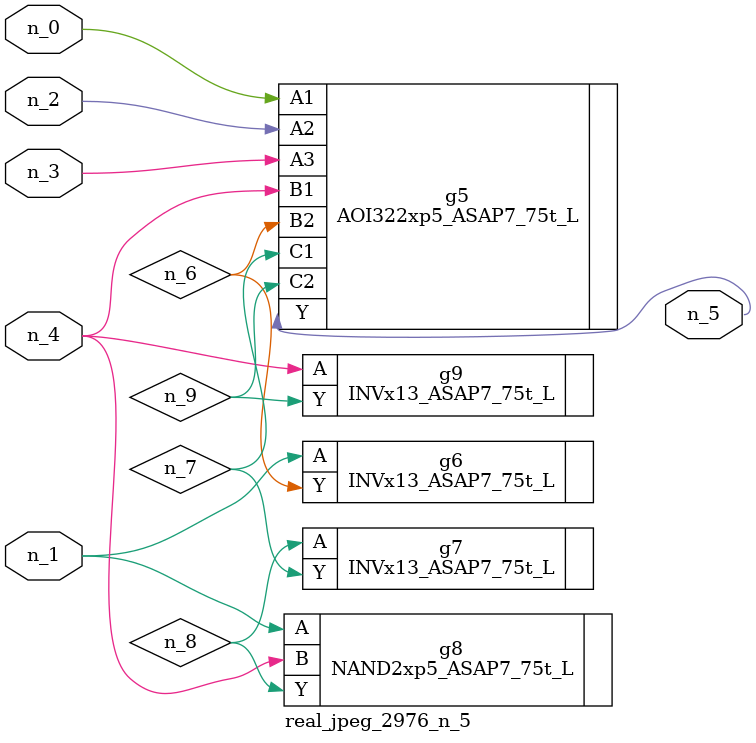
<source format=v>
module real_jpeg_2976_n_5 (n_4, n_0, n_1, n_2, n_3, n_5);

input n_4;
input n_0;
input n_1;
input n_2;
input n_3;

output n_5;

wire n_8;
wire n_6;
wire n_7;
wire n_9;

AOI322xp5_ASAP7_75t_L g5 ( 
.A1(n_0),
.A2(n_2),
.A3(n_3),
.B1(n_4),
.B2(n_6),
.C1(n_7),
.C2(n_9),
.Y(n_5)
);

INVx13_ASAP7_75t_L g6 ( 
.A(n_1),
.Y(n_6)
);

NAND2xp5_ASAP7_75t_L g8 ( 
.A(n_1),
.B(n_4),
.Y(n_8)
);

INVx13_ASAP7_75t_L g9 ( 
.A(n_4),
.Y(n_9)
);

INVx13_ASAP7_75t_L g7 ( 
.A(n_8),
.Y(n_7)
);


endmodule
</source>
